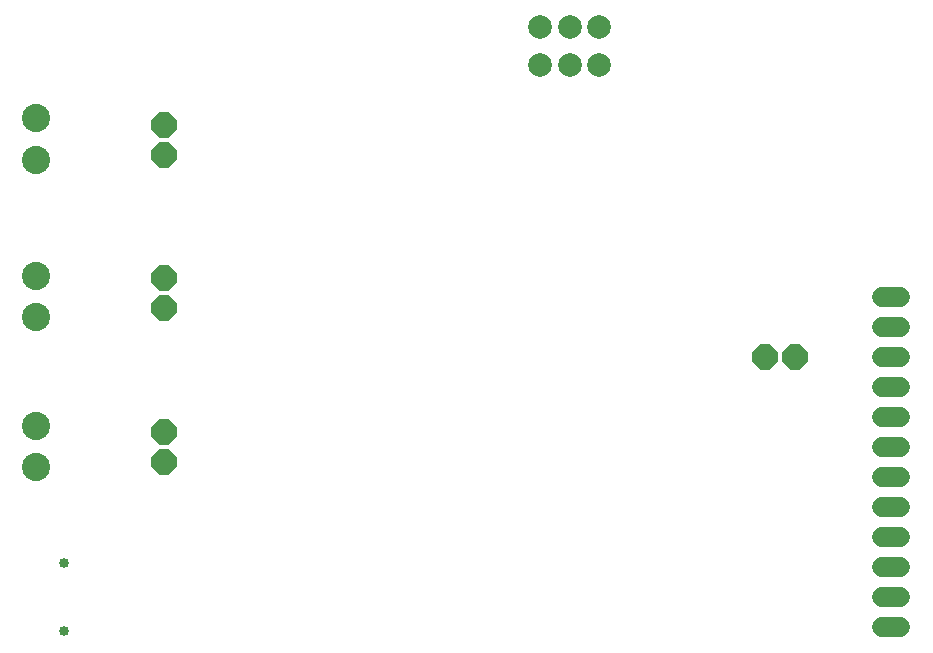
<source format=gbr>
G04 EAGLE Gerber RS-274X export*
G75*
%MOMM*%
%FSLAX34Y34*%
%LPD*%
%INSoldermask Bottom*%
%IPPOS*%
%AMOC8*
5,1,8,0,0,1.08239X$1,22.5*%
G01*
%ADD10C,2.387600*%
%ADD11P,2.309387X8X22.500000*%
%ADD12P,2.309387X8X202.500000*%
%ADD13C,2.003200*%
%ADD14C,1.727200*%
%ADD15C,0.853200*%
%ADD16P,2.309387X8X292.500000*%


D10*
X38100Y341850D03*
X38100Y306850D03*
D11*
X146050Y444500D03*
X146050Y469900D03*
D12*
X146050Y340360D03*
X146050Y314960D03*
D11*
X146050Y184150D03*
X146050Y209550D03*
D13*
X489820Y520450D03*
X489820Y552450D03*
X514820Y552450D03*
X464820Y552450D03*
X464820Y520450D03*
X514820Y520450D03*
D14*
X754380Y323850D02*
X769620Y323850D01*
X769620Y298450D02*
X754380Y298450D01*
X754380Y273050D02*
X769620Y273050D01*
X769620Y247650D02*
X754380Y247650D01*
X754380Y222250D02*
X769620Y222250D01*
X769620Y196850D02*
X754380Y196850D01*
X754380Y171450D02*
X769620Y171450D01*
X769620Y146050D02*
X754380Y146050D01*
X754380Y120650D02*
X769620Y120650D01*
X769620Y95250D02*
X754380Y95250D01*
X754380Y69850D02*
X769620Y69850D01*
X769620Y44450D02*
X754380Y44450D01*
D15*
X61750Y98750D03*
X61750Y40950D03*
D10*
X38100Y475200D03*
X38100Y440200D03*
X38100Y214850D03*
X38100Y179850D03*
D16*
X655320Y273050D03*
X680720Y273050D03*
M02*

</source>
